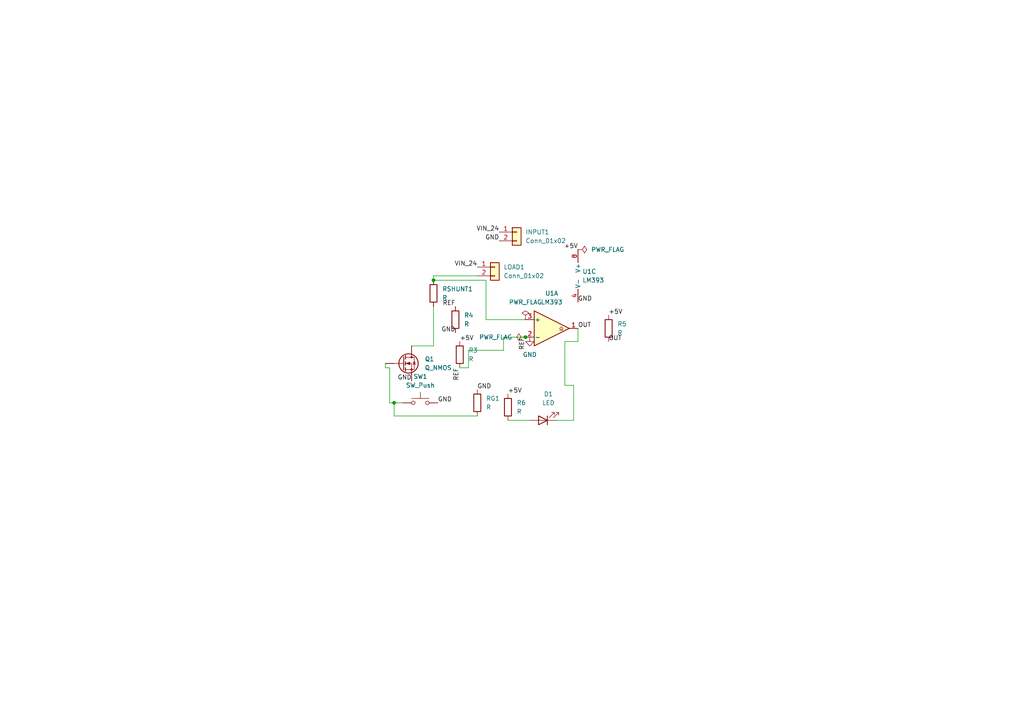
<source format=kicad_sch>
(kicad_sch (version 20250114) (generator "eeschema") (generator_version "9.0")
  (paper "A4")
  (lib_symbols
    (symbol "Comparator:LM393" (pin_names (offset 0.127))
      (property "Reference" "U" (at 3.81 3.81 0))
      (property "Value" "LM393" (at 6.35 -3.81 0))
      (symbol "LM393_1_1"
        (polyline (pts (xy -5.08 5.08) (xy 5.08 0) (xy -5.08 -5.08) (xy -5.08 5.08)) (stroke (width 0.254)) (fill (type background)))
        (polyline (pts (xy 3.302 -0.508) (xy 2.794 -0.508) (xy 3.302 0) (xy 2.794 0.508) (xy 2.286 0) (xy 2.794 -0.508) (xy 2.286 -0.508)) (stroke (width 0.127)))
        (pin input line (at -7.62 2.54 0) (length 2.54) (name "+") (number "3"))
        (pin input line (at -7.62 -2.54 0) (length 2.54) (name "-") (number "2"))
        (pin open_collector line (at 7.62 0 180) (length 2.54) (name "~") (number "1"))
      )
      (symbol "LM393_2_1"
        (polyline (pts (xy -5.08 5.08) (xy 5.08 0) (xy -5.08 -5.08) (xy -5.08 5.08)) (stroke (width 0.254)) (fill (type background)))
        (polyline (pts (xy 3.302 -0.508) (xy 2.794 -0.508) (xy 3.302 0) (xy 2.794 0.508) (xy 2.286 0) (xy 2.794 -0.508) (xy 2.286 -0.508)) (stroke (width 0.127)))
        (pin input line (at -7.62 2.54 0) (length 2.54) (name "+") (number "5"))
        (pin input line (at -7.62 -2.54 0) (length 2.54) (name "-") (number "6"))
        (pin open_collector line (at 7.62 0 180) (length 2.54) (name "~") (number "7"))
      )
      (symbol "LM393_3_1"
        (pin power_in line (at -2.54 7.62 270) (length 3.81) (name "V+") (number "8"))
        (pin power_in line (at -2.54 -7.62 90) (length 3.81) (name "V-") (number "4"))
      )
    )
    (symbol "Connector_Generic:Conn_01x02" (pin_names (offset 1.016) (hide yes))
      (property "Reference" "J" (at 0 2.54 0))
      (property "Value" "Conn_01x02" (at 0 -5.08 0))
      (symbol "Conn_01x02_1_1"
        (rectangle (start -1.27 1.27) (end 1.27 -3.81) (stroke (width 0.254)) (fill (type background)))
        (rectangle (start -1.27 0.127) (end 0 -0.127) (stroke (width 0.1524)))
        (rectangle (start -1.27 -2.413) (end 0 -2.667) (stroke (width 0.1524)))
        (pin passive line (at -5.08 0 0) (length 3.81) (name "Pin_1") (number "1"))
        (pin passive line (at -5.08 -2.54 0) (length 3.81) (name "Pin_2") (number "2"))
      )
    )
    (symbol "Device:LED" (pin_numbers (hide yes)) (pin_names (offset 1.016) (hide yes))
      (property "Reference" "D" (at 0 2.54 0))
      (property "Value" "LED" (at 0 -2.54 0))
      (symbol "LED_0_1"
        (polyline (pts (xy -3.048 -0.762) (xy -4.572 -2.286) (xy -3.81 -2.286) (xy -4.572 -2.286) (xy -4.572 -1.524)))
        (polyline (pts (xy -1.778 -0.762) (xy -3.302 -2.286) (xy -2.54 -2.286) (xy -3.302 -2.286) (xy -3.302 -1.524)))
        (polyline (pts (xy -1.27 0) (xy 1.27 0)))
        (polyline (pts (xy -1.27 -1.27) (xy -1.27 1.27)) (stroke (width 0.254)))
        (polyline (pts (xy 1.27 -1.27) (xy 1.27 1.27) (xy -1.27 0) (xy 1.27 -1.27)) (stroke (width 0.254)))
      )
      (symbol "LED_1_1"
        (pin passive line (at -3.81 0 0) (length 2.54) (name "K") (number "1"))
        (pin passive line (at 3.81 0 180) (length 2.54) (name "A") (number "2"))
      )
    )
    (symbol "Device:Q_NMOS" (pin_numbers (hide yes)) (pin_names (offset 0) (hide yes))
      (property "Reference" "Q" (at 5.08 1.27 0))
      (property "Value" "Q_NMOS" (at 5.08 -1.27 0))
      (symbol "Q_NMOS_0_1"
        (polyline (pts (xy 0.254 1.905) (xy 0.254 -1.905)) (stroke (width 0.254)))
        (polyline (pts (xy 0.254 0) (xy -2.54 0)))
        (polyline (pts (xy 0.762 2.286) (xy 0.762 1.27)) (stroke (width 0.254)))
        (polyline (pts (xy 0.762 0.508) (xy 0.762 -0.508)) (stroke (width 0.254)))
        (polyline (pts (xy 0.762 -1.27) (xy 0.762 -2.286)) (stroke (width 0.254)))
        (polyline (pts (xy 0.762 -1.778) (xy 3.302 -1.778) (xy 3.302 1.778) (xy 0.762 1.778)))
        (polyline (pts (xy 1.016 0) (xy 2.032 0.381) (xy 2.032 -0.381) (xy 1.016 0)) (fill (type outline)))
        (circle (center 1.651 0) (radius 2.794) (stroke (width 0.254)))
        (polyline (pts (xy 2.54 2.54) (xy 2.54 1.778)))
        (circle (center 2.54 1.778) (radius 0.254) (fill (type outline)))
        (circle (center 2.54 -1.778) (radius 0.254) (fill (type outline)))
        (polyline (pts (xy 2.54 -2.54) (xy 2.54 0) (xy 0.762 0)))
        (polyline (pts (xy 2.921 0.381) (xy 3.683 0.381)))
        (polyline (pts (xy 3.302 0.381) (xy 2.921 -0.254) (xy 3.683 -0.254) (xy 3.302 0.381)))
      )
      (symbol "Q_NMOS_1_1"
        (pin input line (at -5.08 0 0) (length 2.54) (name "G") (number "G"))
        (pin passive line (at 2.54 5.08 270) (length 2.54) (name "D") (number "D"))
        (pin passive line (at 2.54 -5.08 90) (length 2.54) (name "S") (number "S"))
      )
    )
    (symbol "Device:R" (pin_numbers (hide yes)) (pin_names (offset 0))
      (property "Reference" "R" (at 2.032 0 90))
      (property "Value" "R" (at 0 0 90))
      (symbol "R_0_1"
        (rectangle (start -1.016 -2.54) (end 1.016 2.54) (stroke (width 0.254)))
      )
      (symbol "R_1_1"
        (pin passive line (at 0 3.81 270) (length 1.27) (name "~") (number "1"))
        (pin passive line (at 0 -3.81 90) (length 1.27) (name "~") (number "2"))
      )
    )
    (symbol "Switch:SW_Push" (pin_numbers (hide yes)) (pin_names (offset 1.016) (hide yes))
      (property "Reference" "SW" (at 1.27 2.54 0))
      (property "Value" "SW_Push" (at 0 -1.524 0))
      (symbol "SW_Push_0_1"
        (circle (center -2.032 0) (radius 0.508))
        (polyline (pts (xy 0 1.27) (xy 0 3.048)))
        (circle (center 2.032 0) (radius 0.508))
        (polyline (pts (xy 2.54 1.27) (xy -2.54 1.27)))
        (pin passive line (at -5.08 0 0) (length 2.54) (name "1") (number "1"))
        (pin passive line (at 5.08 0 180) (length 2.54) (name "2") (number "2"))
      )
    )
    (symbol "power:GND" (power) (pin_numbers (hide yes)) (pin_names (offset 0) (hide yes))
      (property "Value" "GND" (at 0 -3.81 0))
      (symbol "GND_0_1"
        (polyline (pts (xy 0 0) (xy 0 -1.27) (xy 1.27 -1.27) (xy 0 -2.54) (xy -1.27 -1.27) (xy 0 -1.27)))
      )
      (symbol "GND_1_1"
        (pin power_in line (at 0 0 270) (length 0) (name "~") (number "1"))
      )
    )
    (symbol "power:PWR_FLAG" (power) (pin_numbers (hide yes)) (pin_names (offset 0) (hide yes))
      (property "Value" "PWR_FLAG" (at 0 3.81 0))
      (symbol "PWR_FLAG_0_0"
        (pin power_out line (at 0 0 90) (length 0) (name "~") (number "1"))
      )
      (symbol "PWR_FLAG_0_1"
        (polyline (pts (xy 0 0) (xy 0 1.27) (xy -1.016 1.905) (xy 0 2.54) (xy 1.016 1.905) (xy 0 1.27)))
      )
    )
  )
  (junction (at 114.3 116.84))
  (junction (at 152.4 97.79))
  (junction (at 125.73 81.28))
  (wire (pts (xy 125.73 80.01) (xy 125.73 81.28)))
  (wire (pts (xy 163.83 111.76) (xy 166.37 111.76)))
  (wire (pts (xy 113.03 116.84) (xy 113.03 106.68)))
  (wire (pts (xy 166.37 121.92) (xy 166.37 111.76)))
  (wire (pts (xy 161.29 121.92) (xy 166.37 121.92)))
  (wire (pts (xy 167.64 99.06) (xy 163.83 99.06)))
  (wire (pts (xy 116.84 116.84) (xy 114.3 116.84)))
  (wire (pts (xy 140.97 81.28) (xy 140.97 92.71)))
  (wire (pts (xy 152.4 97.79) (xy 153.67 97.79)))
  (wire (pts (xy 140.97 81.28) (xy 125.73 81.28)))
  (wire (pts (xy 114.3 116.84) (xy 113.03 116.84)))
  (wire (pts (xy 135.89 101.6) (xy 146.05 101.6)))
  (wire (pts (xy 113.03 106.68) (xy 111.76 106.68)))
  (wire (pts (xy 147.32 121.92) (xy 153.67 121.92)))
  (wire (pts (xy 163.83 99.06) (xy 163.83 111.76)))
  (wire (pts (xy 138.43 120.65) (xy 114.3 120.65)))
  (wire (pts (xy 111.76 106.68) (xy 111.76 105.41)))
  (wire (pts (xy 135.89 106.68) (xy 133.35 106.68)))
  (wire (pts (xy 125.73 100.33) (xy 125.73 88.9)))
  (wire (pts (xy 167.64 95.25) (xy 167.64 99.06)))
  (wire (pts (xy 140.97 92.71) (xy 152.4 92.71)))
  (wire (pts (xy 114.3 120.65) (xy 114.3 116.84)))
  (wire (pts (xy 135.89 101.6) (xy 135.89 106.68)))
  (wire (pts (xy 146.05 101.6) (xy 146.05 97.79)))
  (wire (pts (xy 138.43 80.01) (xy 125.73 80.01)))
  (wire (pts (xy 146.05 97.79) (xy 152.4 97.79)))
  (wire (pts (xy 119.38 100.33) (xy 125.73 100.33)))
  (label "VIN_24" (at 144.78 67.31 180))
  (label "REF" (at 152.4 97.79 270))
  (label "GND" (at 138.43 113.03 0))
  (label "REF" (at 132.08 88.9 180))
  (label "VIN_24" (at 138.43 77.47 180))
  (label "+5V" (at 133.35 99.06 0))
  (label "OUT" (at 167.64 95.25 0))
  (label "+5V" (at 147.32 114.3 0))
  (label "GND" (at 119.38 110.49 180))
  (label "GND" (at 127 116.84 0))
  (label "REF" (at 133.35 106.68 270))
  (label "GND" (at 144.78 69.85 180))
  (label "+5V" (at 167.64 72.39 180))
  (label "OUT" (at 176.53 99.06 0))
  (label "+5V" (at 176.53 91.44 0))
  (label "GND" (at 167.64 87.63 0))
  (label "GND" (at 132.08 96.52 180))
  (symbol (lib_id "Device:R") (at 125.73 85.09 0) (unit 1)
    (property "Reference" "RSHUNT1" (at 128.27 83.8199 0) (effects (justify left)))
    (property "Value" "R" (at 128.27 86.3599 0) (effects (justify left)))
    (property "Footprint" "Resistor_SMD:R_2512_6332Metric" (effects (hide yes)))
    (property "Description" "Resistor" (effects (hide yes)))
  )
  (symbol (lib_id "Device:R") (at 147.32 118.11 0) (unit 1)
    (property "Reference" "R6" (at 149.86 116.8399 0) (effects (justify left)))
    (property "Value" "R" (at 149.86 119.3799 0) (effects (justify left)))
    (property "Footprint" "Resistor_SMD:R_0805_2012Metric" (effects (hide yes)))
    (property "Description" "Resistor" (effects (hide yes)))
  )
  (symbol (lib_id "Comparator:LM393") (at 170.18 80.01 0) (unit 3)
    (property "Reference" "U1" (at 168.91 78.7399 0) (effects (justify left)))
    (property "Value" "LM393" (at 168.91 81.2799 0) (effects (justify left)))
    (property "Footprint" "Package_SO:SOIC-8_3.9x4.9mm_P1.27mm" (effects (hide yes)))
    (property "Datasheet" "http://www.ti.com/lit/ds/symlink/lm393.pdf" (effects (hide yes)))
    (property "Description" "Low-Power, Low-Offset Voltage, Dual Comparators, DIP-8/SOIC-8/TO-99-8" (effects (hide yes)))
  )
  (symbol (lib_id "power:PWR_FLAG") (at 152.4 97.79 90) (unit 1)
    (property "Reference" "#FLG02" (effects (hide yes)))
    (property "Value" "PWR_FLAG" (at 148.59 97.7899 90) (effects (justify left)))
    (property "Description" "Special symbol for telling ERC where power comes from" (effects (hide yes)))
  )
  (symbol (lib_id "Device:R") (at 133.35 102.87 0) (unit 1)
    (property "Reference" "R3" (at 135.89 101.5999 0) (effects (justify left)))
    (property "Value" "R" (at 135.89 104.1399 0) (effects (justify left)))
    (property "Footprint" "Resistor_SMD:R_0805_2012Metric" (effects (hide yes)))
    (property "Description" "Resistor" (effects (hide yes)))
  )
  (symbol (lib_id "Device:R") (at 138.43 116.84 0) (unit 1)
    (property "Reference" "RG1" (at 140.97 115.57 0) (effects (justify left)))
    (property "Value" "R" (at 140.97 118.1099 0) (effects (justify left)))
    (property "Footprint" "Resistor_SMD:R_0805_2012Metric" (effects (hide yes)))
    (property "Description" "Resistor" (effects (hide yes)))
  )
  (symbol (lib_id "Switch:SW_Push") (at 121.92 116.84 0) (unit 1)
    (property "Reference" "SW1" (at 121.92 109.22 0))
    (property "Value" "SW_Push" (at 121.92 111.76 0))
    (property "Footprint" "Button_Switch_THT:SW_PUSH_6mm" (effects (hide yes)))
    (property "Description" "Push button switch, generic, two pins" (effects (hide yes)))
  )
  (symbol (lib_id "Connector_Generic:Conn_01x02") (at 143.51 77.47 0) (unit 1)
    (property "Reference" "LOAD1" (at 146.05 77.4699 0) (effects (justify left)))
    (property "Value" "Conn_01x02" (at 146.05 80.0099 0) (effects (justify left)))
    (property "Footprint" "Connector_Phoenix_MSTB:PhoenixContact_MSTBVA_2,5_2-G-5,08_1x02_P5.08mm_Vertical" (effects (hide yes)))
    (property "Description" "Generic connector, single row, 01x02, script generated (kicad-library-utils/schlib/autogen/connector/)" (effects (hide yes)))
  )
  (symbol (lib_id "Device:R") (at 176.53 95.25 0) (unit 1)
    (property "Reference" "R5" (at 179.07 93.9799 0) (effects (justify left)))
    (property "Value" "R" (at 179.07 96.5199 0) (effects (justify left)))
    (property "Footprint" "Resistor_SMD:R_0805_2012Metric" (effects (hide yes)))
    (property "Description" "Resistor" (effects (hide yes)))
  )
  (symbol (lib_id "Device:LED") (at 157.48 121.92 180) (unit 1)
    (property "Reference" "D1" (at 159.0675 114.3 0))
    (property "Value" "LED" (at 159.0675 116.84 0))
    (property "Footprint" "LED_SMD:LED_0805_2012Metric" (effects (hide yes)))
    (property "Description" "Light emitting diode" (effects (hide yes)))
    (property "Sim.Pins" "1=K 2=A" (effects (hide yes)))
  )
  (symbol (lib_id "Connector_Generic:Conn_01x02") (at 149.86 67.31 0) (unit 1)
    (property "Reference" "INPUT1" (at 152.4 67.3099 0) (effects (justify left)))
    (property "Value" "Conn_01x02" (at 152.4 69.8499 0) (effects (justify left)))
    (property "Footprint" "Connector_Phoenix_MSTB:PhoenixContact_MSTBVA_2,5_2-G-5,08_1x02_P5.08mm_Vertical" (effects (hide yes)))
    (property "Description" "Generic connector, single row, 01x02, script generated (kicad-library-utils/schlib/autogen/connector/)" (effects (hide yes)))
  )
  (symbol (lib_id "Device:R") (at 132.08 92.71 0) (unit 1)
    (property "Reference" "R4" (at 134.62 91.4399 0) (effects (justify left)))
    (property "Value" "R" (at 134.62 93.9799 0) (effects (justify left)))
    (property "Footprint" "Resistor_SMD:R_0805_2012Metric" (effects (hide yes)))
    (property "Description" "Resistor" (effects (hide yes)))
  )
  (symbol (lib_id "power:PWR_FLAG") (at 152.4 92.71 0) (unit 1)
    (property "Reference" "#FLG01" (effects (hide yes)))
    (property "Value" "PWR_FLAG" (at 152.4 87.63 0))
    (property "Description" "Special symbol for telling ERC where power comes from" (effects (hide yes)))
  )
  (symbol (lib_id "Device:Q_NMOS") (at 116.84 105.41 0) (unit 1)
    (property "Reference" "Q1" (at 123.19 104.1399 0) (effects (justify left)))
    (property "Value" "Q_NMOS" (at 123.19 106.6799 0) (effects (justify left)))
    (property "Footprint" "Package_TO_SOT_SMD:TO-252-2" (effects (hide yes)))
    (property "Description" "N-MOSFET transistor" (effects (hide yes)))
  )
  (symbol (lib_id "Comparator:LM393") (at 160.02 95.25 0) (unit 1)
    (property "Reference" "U1" (at 160.02 85.09 0))
    (property "Value" "LM393" (at 160.02 87.63 0))
    (property "Footprint" "Package_SO:SOIC-8_3.9x4.9mm_P1.27mm" (effects (hide yes)))
    (property "Datasheet" "http://www.ti.com/lit/ds/symlink/lm393.pdf" (effects (hide yes)))
    (property "Description" "Low-Power, Low-Offset Voltage, Dual Comparators, DIP-8/SOIC-8/TO-99-8" (effects (hide yes)))
  )
  (symbol (lib_id "power:GND") (at 153.67 97.79 0) (unit 1)
    (property "Reference" "#PWR01" (effects (hide yes)))
    (property "Value" "GND" (at 153.67 102.87 0))
    (property "Description" "Power symbol creates a global label with name \"GND\" , ground" (effects (hide yes)))
  )
  (symbol (lib_id "power:PWR_FLAG") (at 167.64 72.39 270) (unit 1)
    (property "Reference" "#FLG03" (effects (hide yes)))
    (property "Value" "PWR_FLAG" (at 171.45 72.3899 90) (effects (justify left)))
    (property "Description" "Special symbol for telling ERC where power comes from" (effects (hide yes)))
  )
)
</source>
